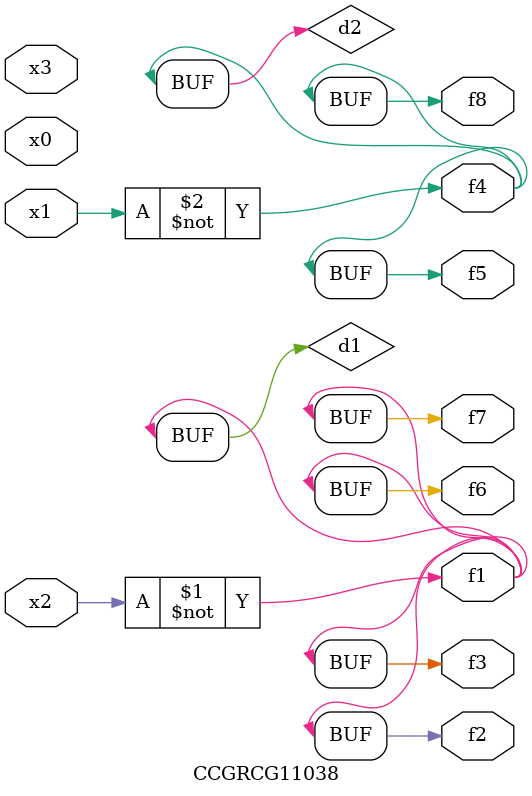
<source format=v>
module CCGRCG11038(
	input x0, x1, x2, x3,
	output f1, f2, f3, f4, f5, f6, f7, f8
);

	wire d1, d2;

	xnor (d1, x2);
	not (d2, x1);
	assign f1 = d1;
	assign f2 = d1;
	assign f3 = d1;
	assign f4 = d2;
	assign f5 = d2;
	assign f6 = d1;
	assign f7 = d1;
	assign f8 = d2;
endmodule

</source>
